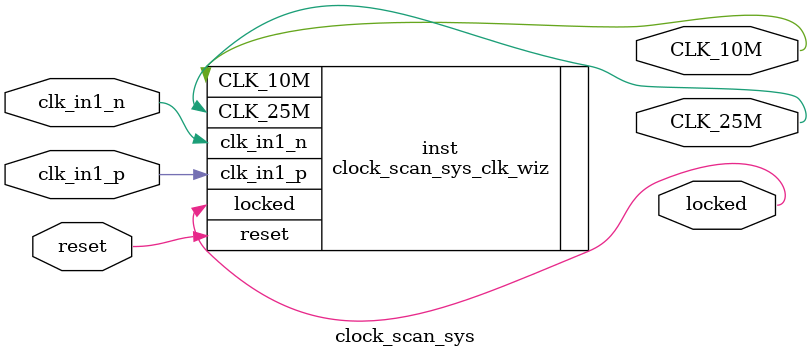
<source format=v>


`timescale 1ps/1ps

(* CORE_GENERATION_INFO = "clock_scan_sys,clk_wiz_v6_0_6_0_0,{component_name=clock_scan_sys,use_phase_alignment=true,use_min_o_jitter=false,use_max_i_jitter=false,use_dyn_phase_shift=false,use_inclk_switchover=false,use_dyn_reconfig=false,enable_axi=0,feedback_source=FDBK_AUTO,PRIMITIVE=MMCM,num_out_clk=2,clkin1_period=5.000,clkin2_period=10.0,use_power_down=false,use_reset=true,use_locked=true,use_inclk_stopped=false,feedback_type=SINGLE,CLOCK_MGR_TYPE=NA,manual_override=false}" *)

module clock_scan_sys 
 (
  // Clock out ports
  output        CLK_25M,
  output        CLK_10M,
  // Status and control signals
  input         reset,
  output        locked,
 // Clock in ports
  input         clk_in1_p,
  input         clk_in1_n
 );

  clock_scan_sys_clk_wiz inst
  (
  // Clock out ports  
  .CLK_25M(CLK_25M),
  .CLK_10M(CLK_10M),
  // Status and control signals               
  .reset(reset), 
  .locked(locked),
 // Clock in ports
  .clk_in1_p(clk_in1_p),
  .clk_in1_n(clk_in1_n)
  );

endmodule

</source>
